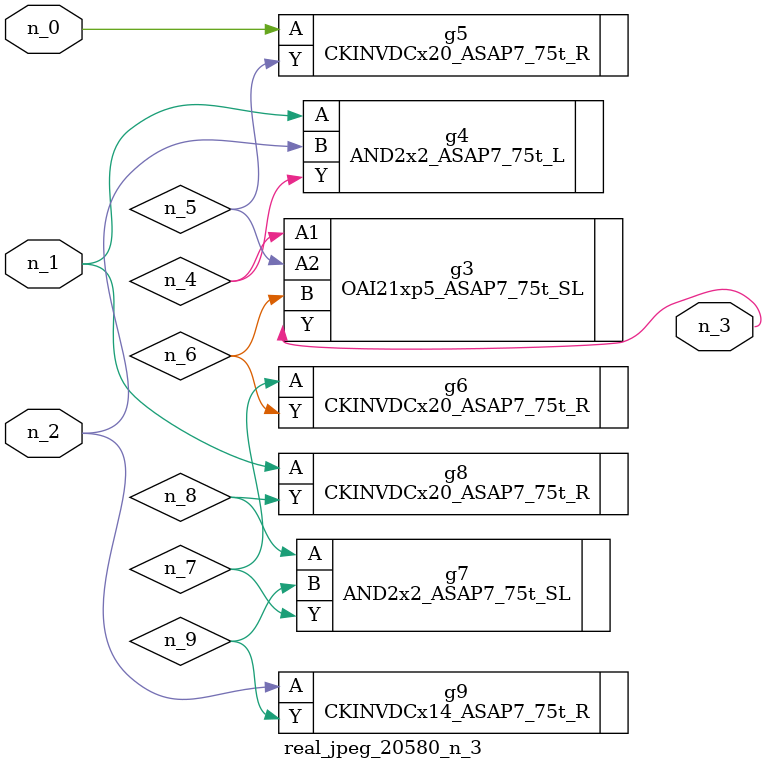
<source format=v>
module real_jpeg_20580_n_3 (n_1, n_0, n_2, n_3);

input n_1;
input n_0;
input n_2;

output n_3;

wire n_5;
wire n_4;
wire n_8;
wire n_6;
wire n_7;
wire n_9;

CKINVDCx20_ASAP7_75t_R g5 ( 
.A(n_0),
.Y(n_5)
);

AND2x2_ASAP7_75t_L g4 ( 
.A(n_1),
.B(n_2),
.Y(n_4)
);

CKINVDCx20_ASAP7_75t_R g8 ( 
.A(n_1),
.Y(n_8)
);

CKINVDCx14_ASAP7_75t_R g9 ( 
.A(n_2),
.Y(n_9)
);

OAI21xp5_ASAP7_75t_SL g3 ( 
.A1(n_4),
.A2(n_5),
.B(n_6),
.Y(n_3)
);

CKINVDCx20_ASAP7_75t_R g6 ( 
.A(n_7),
.Y(n_6)
);

AND2x2_ASAP7_75t_SL g7 ( 
.A(n_8),
.B(n_9),
.Y(n_7)
);


endmodule
</source>
